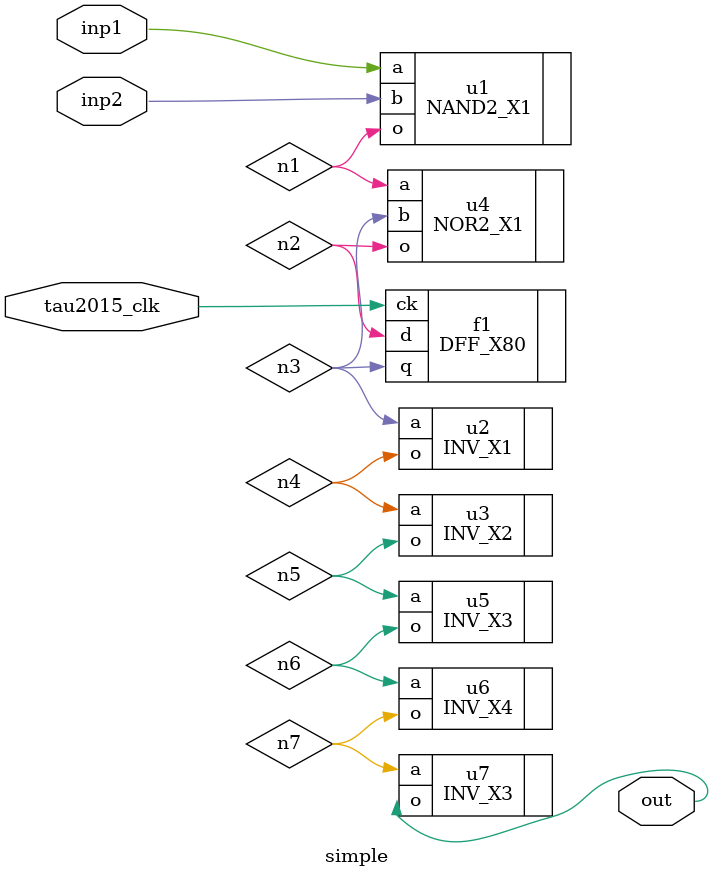
<source format=v>
module simple (
inp1,
inp2,
tau2015_clk,
out
);

// Start PIs
input inp1;
input inp2;
input tau2015_clk;

// Start POs
output out;

// Start wires
wire n1;
wire n2;
wire n3;
wire n4;
wire n5;
wire n6;
wire n7;
wire inp1;
wire inp2;
wire tau2015_clk;
wire out;

// Start cells
NAND2_X1 u1 ( .a(inp1), .b(inp2), .o(n1) );
DFF_X80 f1 ( .d(n2), .ck(tau2015_clk), .q(n3) );
INV_X1 u2 ( .a(n3), .o(n4) );
INV_X2 u3 ( .a(n4), .o(n5) );
NOR2_X1 u4 ( .a(n1), .b(n3), .o(n2) );
INV_X3 u5 ( .a(n5), .o(n6) );
INV_X4 u6 ( .a(n6), .o(n7) );
INV_X3 u7 ( .a(n7), .o(out) );

endmodule

</source>
